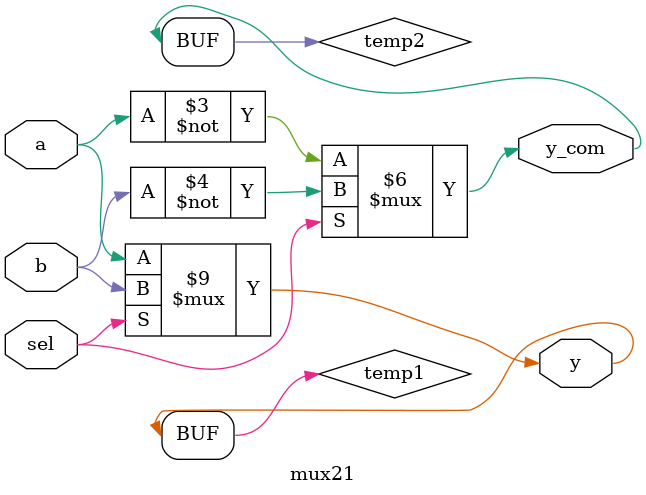
<source format=v>


module mux41(
input a,b,c,d,
input [1:0]sel,
output o,o_com,p,p_com,q,q_com
);
mux21 obj1(a,b,sel[0],p,p_com);
mux21 obj2(c,d,sel[0],q,q_com);
mux21 obj3(p,q,sel[1],o,o_com);
endmodule

module mux21(
input a,b,
input sel,
output y,y_com
);
reg temp1,temp2;
always@(*)begin
if (sel==1'b0) begin
temp1=a;
temp2=~a;
end
else begin
temp1=b;
temp2=~b;
end
end
assign y=temp1;
assign y_com=temp2;
endmodule
</source>
